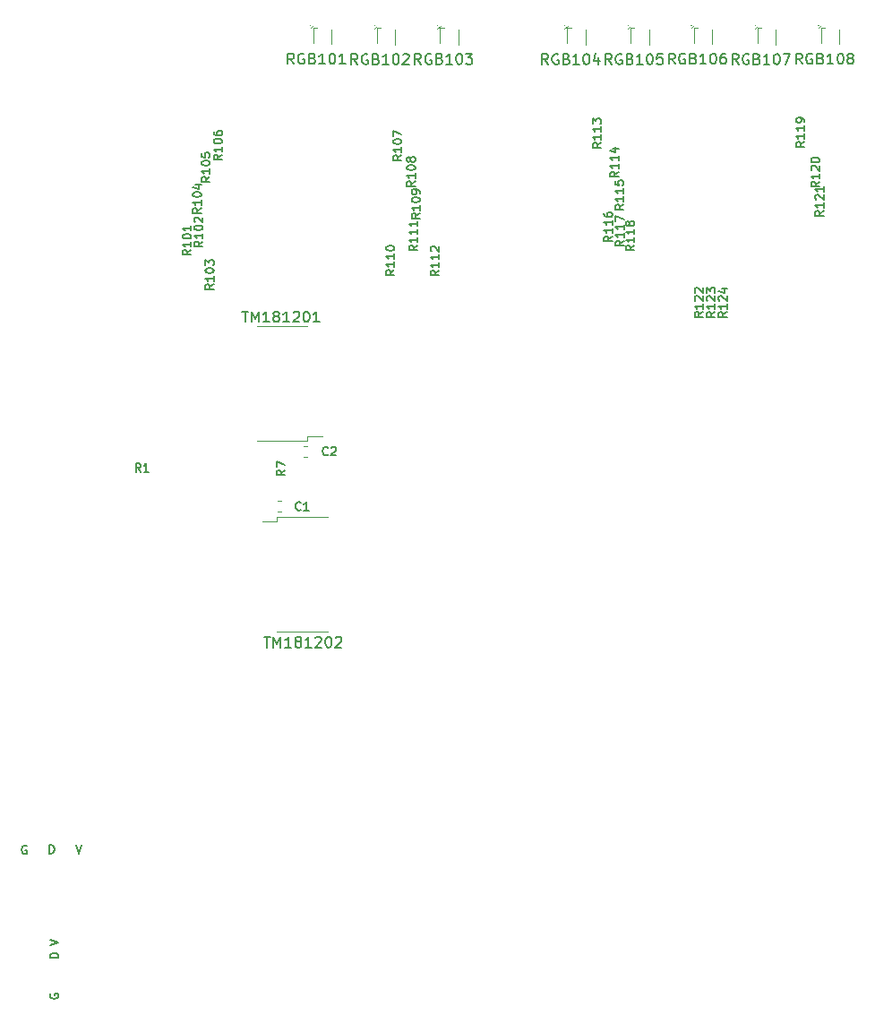
<source format=gbr>
G04 #@! TF.GenerationSoftware,KiCad,Pcbnew,(5.1.4)-1*
G04 #@! TF.CreationDate,2020-04-14T17:00:19+08:00*
G04 #@! TF.ProjectId,viper_plate_v2,76697065-725f-4706-9c61-74655f76322e,rev?*
G04 #@! TF.SameCoordinates,Original*
G04 #@! TF.FileFunction,Legend,Top*
G04 #@! TF.FilePolarity,Positive*
%FSLAX46Y46*%
G04 Gerber Fmt 4.6, Leading zero omitted, Abs format (unit mm)*
G04 Created by KiCad (PCBNEW (5.1.4)-1) date 2020-04-14 17:00:19*
%MOMM*%
%LPD*%
G04 APERTURE LIST*
%ADD10C,0.150000*%
%ADD11C,0.120000*%
G04 APERTURE END LIST*
D10*
X69119723Y-138258600D02*
X69043533Y-138220504D01*
X68929247Y-138220504D01*
X68814961Y-138258600D01*
X68738771Y-138334790D01*
X68700676Y-138410980D01*
X68662580Y-138563361D01*
X68662580Y-138677647D01*
X68700676Y-138830028D01*
X68738771Y-138906219D01*
X68814961Y-138982409D01*
X68929247Y-139020504D01*
X69005438Y-139020504D01*
X69119723Y-138982409D01*
X69157819Y-138944314D01*
X69157819Y-138677647D01*
X69005438Y-138677647D01*
X71291476Y-138995104D02*
X71291476Y-138195104D01*
X71481952Y-138195104D01*
X71596238Y-138233200D01*
X71672428Y-138309390D01*
X71710523Y-138385580D01*
X71748619Y-138537961D01*
X71748619Y-138652247D01*
X71710523Y-138804628D01*
X71672428Y-138880819D01*
X71596238Y-138957009D01*
X71481952Y-138995104D01*
X71291476Y-138995104D01*
X73774333Y-138207804D02*
X74041000Y-139007804D01*
X74307666Y-138207804D01*
X72142304Y-148863023D02*
X71342304Y-148863023D01*
X71342304Y-148672547D01*
X71380400Y-148558261D01*
X71456590Y-148482071D01*
X71532780Y-148443976D01*
X71685161Y-148405880D01*
X71799447Y-148405880D01*
X71951828Y-148443976D01*
X72028019Y-148482071D01*
X72104209Y-148558261D01*
X72142304Y-148672547D01*
X72142304Y-148863023D01*
X71380400Y-152266676D02*
X71342304Y-152342866D01*
X71342304Y-152457152D01*
X71380400Y-152571438D01*
X71456590Y-152647628D01*
X71532780Y-152685723D01*
X71685161Y-152723819D01*
X71799447Y-152723819D01*
X71951828Y-152685723D01*
X72028019Y-152647628D01*
X72104209Y-152571438D01*
X72142304Y-152457152D01*
X72142304Y-152380961D01*
X72104209Y-152266676D01*
X72066114Y-152228580D01*
X71799447Y-152228580D01*
X71799447Y-152380961D01*
X71342304Y-147650166D02*
X72142304Y-147383500D01*
X71342304Y-147116833D01*
D11*
X92864821Y-105687400D02*
X93190379Y-105687400D01*
X92864821Y-106707400D02*
X93190379Y-106707400D01*
X95654179Y-100467700D02*
X95328621Y-100467700D01*
X95654179Y-101487700D02*
X95328621Y-101487700D01*
X95681500Y-89164200D02*
X90881500Y-89164200D01*
X95681500Y-99964200D02*
X90881500Y-99964200D01*
X95681500Y-99564200D02*
X97081500Y-99564200D01*
X95681500Y-99964200D02*
X95681500Y-99564200D01*
X92786500Y-107210900D02*
X92786500Y-107610900D01*
X92786500Y-107610900D02*
X91386500Y-107610900D01*
X92786500Y-107210900D02*
X97586500Y-107210900D01*
X92786500Y-118010900D02*
X97586500Y-118010900D01*
X96215200Y-62382400D02*
X96215200Y-60960000D01*
X97942400Y-61087000D02*
X97942400Y-62509400D01*
X96570800Y-60960000D02*
X96215200Y-60960000D01*
X96017996Y-60706000D02*
G75*
G03X96017996Y-60706000I-56796J0D01*
G01*
X95961200Y-60985400D02*
X96240600Y-60731400D01*
X101977000Y-61014800D02*
X102256400Y-60760800D01*
X102033796Y-60735400D02*
G75*
G03X102033796Y-60735400I-56796J0D01*
G01*
X102586600Y-60989400D02*
X102231000Y-60989400D01*
X103958200Y-61116400D02*
X103958200Y-62538800D01*
X102231000Y-62411800D02*
X102231000Y-60989400D01*
X107975400Y-60998100D02*
X108254800Y-60744100D01*
X108032196Y-60718700D02*
G75*
G03X108032196Y-60718700I-56796J0D01*
G01*
X108585000Y-60972700D02*
X108229400Y-60972700D01*
X109956600Y-61099700D02*
X109956600Y-62522100D01*
X108229400Y-62395100D02*
X108229400Y-60972700D01*
X120243600Y-62407800D02*
X120243600Y-60985400D01*
X121970800Y-61112400D02*
X121970800Y-62534800D01*
X120599200Y-60985400D02*
X120243600Y-60985400D01*
X120046396Y-60731400D02*
G75*
G03X120046396Y-60731400I-56796J0D01*
G01*
X119989600Y-61010800D02*
X120269000Y-60756800D01*
X125984000Y-61010800D02*
X126263400Y-60756800D01*
X126040796Y-60731400D02*
G75*
G03X126040796Y-60731400I-56796J0D01*
G01*
X126593600Y-60985400D02*
X126238000Y-60985400D01*
X127965200Y-61112400D02*
X127965200Y-62534800D01*
X126238000Y-62407800D02*
X126238000Y-60985400D01*
X132232400Y-62382400D02*
X132232400Y-60960000D01*
X133959600Y-61087000D02*
X133959600Y-62509400D01*
X132588000Y-60960000D02*
X132232400Y-60960000D01*
X132035196Y-60706000D02*
G75*
G03X132035196Y-60706000I-56796J0D01*
G01*
X131978400Y-60985400D02*
X132257800Y-60731400D01*
X137985500Y-61010800D02*
X138264900Y-60756800D01*
X138042296Y-60731400D02*
G75*
G03X138042296Y-60731400I-56796J0D01*
G01*
X138595100Y-60985400D02*
X138239500Y-60985400D01*
X139966700Y-61112400D02*
X139966700Y-62534800D01*
X138239500Y-62407800D02*
X138239500Y-60985400D01*
X144259300Y-62382400D02*
X144259300Y-60960000D01*
X145986500Y-61087000D02*
X145986500Y-62509400D01*
X144614900Y-60960000D02*
X144259300Y-60960000D01*
X144062096Y-60706000D02*
G75*
G03X144062096Y-60706000I-56796J0D01*
G01*
X144005300Y-60985400D02*
X144284700Y-60731400D01*
D10*
X95053266Y-106483114D02*
X95015171Y-106521209D01*
X94900885Y-106559304D01*
X94824695Y-106559304D01*
X94710409Y-106521209D01*
X94634219Y-106445019D01*
X94596123Y-106368828D01*
X94558028Y-106216447D01*
X94558028Y-106102161D01*
X94596123Y-105949780D01*
X94634219Y-105873590D01*
X94710409Y-105797400D01*
X94824695Y-105759304D01*
X94900885Y-105759304D01*
X95015171Y-105797400D01*
X95053266Y-105835495D01*
X95815171Y-106559304D02*
X95358028Y-106559304D01*
X95586600Y-106559304D02*
X95586600Y-105759304D01*
X95510409Y-105873590D01*
X95434219Y-105949780D01*
X95358028Y-105987876D01*
X97610946Y-101291354D02*
X97572851Y-101329449D01*
X97458565Y-101367544D01*
X97382375Y-101367544D01*
X97268089Y-101329449D01*
X97191899Y-101253259D01*
X97153803Y-101177068D01*
X97115708Y-101024687D01*
X97115708Y-100910401D01*
X97153803Y-100758020D01*
X97191899Y-100681830D01*
X97268089Y-100605640D01*
X97382375Y-100567544D01*
X97458565Y-100567544D01*
X97572851Y-100605640D01*
X97610946Y-100643735D01*
X97915708Y-100643735D02*
X97953803Y-100605640D01*
X98029994Y-100567544D01*
X98220470Y-100567544D01*
X98296660Y-100605640D01*
X98334756Y-100643735D01*
X98372851Y-100719925D01*
X98372851Y-100796116D01*
X98334756Y-100910401D01*
X97877613Y-101367544D01*
X98372851Y-101367544D01*
X79912226Y-102911864D02*
X79645560Y-102530912D01*
X79455083Y-102911864D02*
X79455083Y-102111864D01*
X79759845Y-102111864D01*
X79836036Y-102149960D01*
X79874131Y-102188055D01*
X79912226Y-102264245D01*
X79912226Y-102378531D01*
X79874131Y-102454721D01*
X79836036Y-102492817D01*
X79759845Y-102530912D01*
X79455083Y-102530912D01*
X80674131Y-102911864D02*
X80216988Y-102911864D01*
X80445560Y-102911864D02*
X80445560Y-102111864D01*
X80369369Y-102226150D01*
X80293179Y-102302340D01*
X80216988Y-102340436D01*
X93569744Y-102749333D02*
X93188792Y-103016000D01*
X93569744Y-103206476D02*
X92769744Y-103206476D01*
X92769744Y-102901714D01*
X92807840Y-102825523D01*
X92845935Y-102787428D01*
X92922125Y-102749333D01*
X93036411Y-102749333D01*
X93112601Y-102787428D01*
X93150697Y-102825523D01*
X93188792Y-102901714D01*
X93188792Y-103206476D01*
X92769744Y-102482666D02*
X92769744Y-101949333D01*
X93569744Y-102292190D01*
X84687364Y-81956798D02*
X84306412Y-82223464D01*
X84687364Y-82413940D02*
X83887364Y-82413940D01*
X83887364Y-82109179D01*
X83925460Y-82032988D01*
X83963555Y-81994893D01*
X84039745Y-81956798D01*
X84154031Y-81956798D01*
X84230221Y-81994893D01*
X84268317Y-82032988D01*
X84306412Y-82109179D01*
X84306412Y-82413940D01*
X84687364Y-81194893D02*
X84687364Y-81652036D01*
X84687364Y-81423464D02*
X83887364Y-81423464D01*
X84001650Y-81499655D01*
X84077840Y-81575845D01*
X84115936Y-81652036D01*
X83887364Y-80699655D02*
X83887364Y-80623464D01*
X83925460Y-80547274D01*
X83963555Y-80509179D01*
X84039745Y-80471083D01*
X84192126Y-80432988D01*
X84382602Y-80432988D01*
X84534983Y-80471083D01*
X84611174Y-80509179D01*
X84649269Y-80547274D01*
X84687364Y-80623464D01*
X84687364Y-80699655D01*
X84649269Y-80775845D01*
X84611174Y-80813940D01*
X84534983Y-80852036D01*
X84382602Y-80890131D01*
X84192126Y-80890131D01*
X84039745Y-80852036D01*
X83963555Y-80813940D01*
X83925460Y-80775845D01*
X83887364Y-80699655D01*
X84687364Y-79671083D02*
X84687364Y-80128226D01*
X84687364Y-79899655D02*
X83887364Y-79899655D01*
X84001650Y-79975845D01*
X84077840Y-80052036D01*
X84115936Y-80128226D01*
X85774484Y-81149078D02*
X85393532Y-81415744D01*
X85774484Y-81606220D02*
X84974484Y-81606220D01*
X84974484Y-81301459D01*
X85012580Y-81225268D01*
X85050675Y-81187173D01*
X85126865Y-81149078D01*
X85241151Y-81149078D01*
X85317341Y-81187173D01*
X85355437Y-81225268D01*
X85393532Y-81301459D01*
X85393532Y-81606220D01*
X85774484Y-80387173D02*
X85774484Y-80844316D01*
X85774484Y-80615744D02*
X84974484Y-80615744D01*
X85088770Y-80691935D01*
X85164960Y-80768125D01*
X85203056Y-80844316D01*
X84974484Y-79891935D02*
X84974484Y-79815744D01*
X85012580Y-79739554D01*
X85050675Y-79701459D01*
X85126865Y-79663363D01*
X85279246Y-79625268D01*
X85469722Y-79625268D01*
X85622103Y-79663363D01*
X85698294Y-79701459D01*
X85736389Y-79739554D01*
X85774484Y-79815744D01*
X85774484Y-79891935D01*
X85736389Y-79968125D01*
X85698294Y-80006220D01*
X85622103Y-80044316D01*
X85469722Y-80082411D01*
X85279246Y-80082411D01*
X85126865Y-80044316D01*
X85050675Y-80006220D01*
X85012580Y-79968125D01*
X84974484Y-79891935D01*
X85050675Y-79320506D02*
X85012580Y-79282411D01*
X84974484Y-79206220D01*
X84974484Y-79015744D01*
X85012580Y-78939554D01*
X85050675Y-78901459D01*
X85126865Y-78863363D01*
X85203056Y-78863363D01*
X85317341Y-78901459D01*
X85774484Y-79358601D01*
X85774484Y-78863363D01*
X86828584Y-85197838D02*
X86447632Y-85464504D01*
X86828584Y-85654980D02*
X86028584Y-85654980D01*
X86028584Y-85350219D01*
X86066680Y-85274028D01*
X86104775Y-85235933D01*
X86180965Y-85197838D01*
X86295251Y-85197838D01*
X86371441Y-85235933D01*
X86409537Y-85274028D01*
X86447632Y-85350219D01*
X86447632Y-85654980D01*
X86828584Y-84435933D02*
X86828584Y-84893076D01*
X86828584Y-84664504D02*
X86028584Y-84664504D01*
X86142870Y-84740695D01*
X86219060Y-84816885D01*
X86257156Y-84893076D01*
X86028584Y-83940695D02*
X86028584Y-83864504D01*
X86066680Y-83788314D01*
X86104775Y-83750219D01*
X86180965Y-83712123D01*
X86333346Y-83674028D01*
X86523822Y-83674028D01*
X86676203Y-83712123D01*
X86752394Y-83750219D01*
X86790489Y-83788314D01*
X86828584Y-83864504D01*
X86828584Y-83940695D01*
X86790489Y-84016885D01*
X86752394Y-84054980D01*
X86676203Y-84093076D01*
X86523822Y-84131171D01*
X86333346Y-84131171D01*
X86180965Y-84093076D01*
X86104775Y-84054980D01*
X86066680Y-84016885D01*
X86028584Y-83940695D01*
X86028584Y-83407361D02*
X86028584Y-82912123D01*
X86333346Y-83178790D01*
X86333346Y-83064504D01*
X86371441Y-82988314D01*
X86409537Y-82950219D01*
X86485727Y-82912123D01*
X86676203Y-82912123D01*
X86752394Y-82950219D01*
X86790489Y-82988314D01*
X86828584Y-83064504D01*
X86828584Y-83293076D01*
X86790489Y-83369266D01*
X86752394Y-83407361D01*
X85644944Y-78014718D02*
X85263992Y-78281384D01*
X85644944Y-78471860D02*
X84844944Y-78471860D01*
X84844944Y-78167099D01*
X84883040Y-78090908D01*
X84921135Y-78052813D01*
X84997325Y-78014718D01*
X85111611Y-78014718D01*
X85187801Y-78052813D01*
X85225897Y-78090908D01*
X85263992Y-78167099D01*
X85263992Y-78471860D01*
X85644944Y-77252813D02*
X85644944Y-77709956D01*
X85644944Y-77481384D02*
X84844944Y-77481384D01*
X84959230Y-77557575D01*
X85035420Y-77633765D01*
X85073516Y-77709956D01*
X84844944Y-76757575D02*
X84844944Y-76681384D01*
X84883040Y-76605194D01*
X84921135Y-76567099D01*
X84997325Y-76529003D01*
X85149706Y-76490908D01*
X85340182Y-76490908D01*
X85492563Y-76529003D01*
X85568754Y-76567099D01*
X85606849Y-76605194D01*
X85644944Y-76681384D01*
X85644944Y-76757575D01*
X85606849Y-76833765D01*
X85568754Y-76871860D01*
X85492563Y-76909956D01*
X85340182Y-76948051D01*
X85149706Y-76948051D01*
X84997325Y-76909956D01*
X84921135Y-76871860D01*
X84883040Y-76833765D01*
X84844944Y-76757575D01*
X85111611Y-75805194D02*
X85644944Y-75805194D01*
X84806849Y-75995670D02*
X85378278Y-76186146D01*
X85378278Y-75690908D01*
X86462824Y-75042918D02*
X86081872Y-75309584D01*
X86462824Y-75500060D02*
X85662824Y-75500060D01*
X85662824Y-75195299D01*
X85700920Y-75119108D01*
X85739015Y-75081013D01*
X85815205Y-75042918D01*
X85929491Y-75042918D01*
X86005681Y-75081013D01*
X86043777Y-75119108D01*
X86081872Y-75195299D01*
X86081872Y-75500060D01*
X86462824Y-74281013D02*
X86462824Y-74738156D01*
X86462824Y-74509584D02*
X85662824Y-74509584D01*
X85777110Y-74585775D01*
X85853300Y-74661965D01*
X85891396Y-74738156D01*
X85662824Y-73785775D02*
X85662824Y-73709584D01*
X85700920Y-73633394D01*
X85739015Y-73595299D01*
X85815205Y-73557203D01*
X85967586Y-73519108D01*
X86158062Y-73519108D01*
X86310443Y-73557203D01*
X86386634Y-73595299D01*
X86424729Y-73633394D01*
X86462824Y-73709584D01*
X86462824Y-73785775D01*
X86424729Y-73861965D01*
X86386634Y-73900060D01*
X86310443Y-73938156D01*
X86158062Y-73976251D01*
X85967586Y-73976251D01*
X85815205Y-73938156D01*
X85739015Y-73900060D01*
X85700920Y-73861965D01*
X85662824Y-73785775D01*
X85662824Y-72795299D02*
X85662824Y-73176251D01*
X86043777Y-73214346D01*
X86005681Y-73176251D01*
X85967586Y-73100060D01*
X85967586Y-72909584D01*
X86005681Y-72833394D01*
X86043777Y-72795299D01*
X86119967Y-72757203D01*
X86310443Y-72757203D01*
X86386634Y-72795299D01*
X86424729Y-72833394D01*
X86462824Y-72909584D01*
X86462824Y-73100060D01*
X86424729Y-73176251D01*
X86386634Y-73214346D01*
X87610904Y-72970278D02*
X87229952Y-73236944D01*
X87610904Y-73427420D02*
X86810904Y-73427420D01*
X86810904Y-73122659D01*
X86849000Y-73046468D01*
X86887095Y-73008373D01*
X86963285Y-72970278D01*
X87077571Y-72970278D01*
X87153761Y-73008373D01*
X87191857Y-73046468D01*
X87229952Y-73122659D01*
X87229952Y-73427420D01*
X87610904Y-72208373D02*
X87610904Y-72665516D01*
X87610904Y-72436944D02*
X86810904Y-72436944D01*
X86925190Y-72513135D01*
X87001380Y-72589325D01*
X87039476Y-72665516D01*
X86810904Y-71713135D02*
X86810904Y-71636944D01*
X86849000Y-71560754D01*
X86887095Y-71522659D01*
X86963285Y-71484563D01*
X87115666Y-71446468D01*
X87306142Y-71446468D01*
X87458523Y-71484563D01*
X87534714Y-71522659D01*
X87572809Y-71560754D01*
X87610904Y-71636944D01*
X87610904Y-71713135D01*
X87572809Y-71789325D01*
X87534714Y-71827420D01*
X87458523Y-71865516D01*
X87306142Y-71903611D01*
X87115666Y-71903611D01*
X86963285Y-71865516D01*
X86887095Y-71827420D01*
X86849000Y-71789325D01*
X86810904Y-71713135D01*
X86810904Y-70760754D02*
X86810904Y-70913135D01*
X86849000Y-70989325D01*
X86887095Y-71027420D01*
X87001380Y-71103611D01*
X87153761Y-71141706D01*
X87458523Y-71141706D01*
X87534714Y-71103611D01*
X87572809Y-71065516D01*
X87610904Y-70989325D01*
X87610904Y-70836944D01*
X87572809Y-70760754D01*
X87534714Y-70722659D01*
X87458523Y-70684563D01*
X87268047Y-70684563D01*
X87191857Y-70722659D01*
X87153761Y-70760754D01*
X87115666Y-70836944D01*
X87115666Y-70989325D01*
X87153761Y-71065516D01*
X87191857Y-71103611D01*
X87268047Y-71141706D01*
X104578104Y-73000758D02*
X104197152Y-73267424D01*
X104578104Y-73457900D02*
X103778104Y-73457900D01*
X103778104Y-73153139D01*
X103816200Y-73076948D01*
X103854295Y-73038853D01*
X103930485Y-73000758D01*
X104044771Y-73000758D01*
X104120961Y-73038853D01*
X104159057Y-73076948D01*
X104197152Y-73153139D01*
X104197152Y-73457900D01*
X104578104Y-72238853D02*
X104578104Y-72695996D01*
X104578104Y-72467424D02*
X103778104Y-72467424D01*
X103892390Y-72543615D01*
X103968580Y-72619805D01*
X104006676Y-72695996D01*
X103778104Y-71743615D02*
X103778104Y-71667424D01*
X103816200Y-71591234D01*
X103854295Y-71553139D01*
X103930485Y-71515043D01*
X104082866Y-71476948D01*
X104273342Y-71476948D01*
X104425723Y-71515043D01*
X104501914Y-71553139D01*
X104540009Y-71591234D01*
X104578104Y-71667424D01*
X104578104Y-71743615D01*
X104540009Y-71819805D01*
X104501914Y-71857900D01*
X104425723Y-71895996D01*
X104273342Y-71934091D01*
X104082866Y-71934091D01*
X103930485Y-71895996D01*
X103854295Y-71857900D01*
X103816200Y-71819805D01*
X103778104Y-71743615D01*
X103778104Y-71210281D02*
X103778104Y-70676948D01*
X104578104Y-71019805D01*
X105873504Y-75464558D02*
X105492552Y-75731224D01*
X105873504Y-75921700D02*
X105073504Y-75921700D01*
X105073504Y-75616939D01*
X105111600Y-75540748D01*
X105149695Y-75502653D01*
X105225885Y-75464558D01*
X105340171Y-75464558D01*
X105416361Y-75502653D01*
X105454457Y-75540748D01*
X105492552Y-75616939D01*
X105492552Y-75921700D01*
X105873504Y-74702653D02*
X105873504Y-75159796D01*
X105873504Y-74931224D02*
X105073504Y-74931224D01*
X105187790Y-75007415D01*
X105263980Y-75083605D01*
X105302076Y-75159796D01*
X105073504Y-74207415D02*
X105073504Y-74131224D01*
X105111600Y-74055034D01*
X105149695Y-74016939D01*
X105225885Y-73978843D01*
X105378266Y-73940748D01*
X105568742Y-73940748D01*
X105721123Y-73978843D01*
X105797314Y-74016939D01*
X105835409Y-74055034D01*
X105873504Y-74131224D01*
X105873504Y-74207415D01*
X105835409Y-74283605D01*
X105797314Y-74321700D01*
X105721123Y-74359796D01*
X105568742Y-74397891D01*
X105378266Y-74397891D01*
X105225885Y-74359796D01*
X105149695Y-74321700D01*
X105111600Y-74283605D01*
X105073504Y-74207415D01*
X105416361Y-73483605D02*
X105378266Y-73559796D01*
X105340171Y-73597891D01*
X105263980Y-73635986D01*
X105225885Y-73635986D01*
X105149695Y-73597891D01*
X105111600Y-73559796D01*
X105073504Y-73483605D01*
X105073504Y-73331224D01*
X105111600Y-73255034D01*
X105149695Y-73216939D01*
X105225885Y-73178843D01*
X105263980Y-73178843D01*
X105340171Y-73216939D01*
X105378266Y-73255034D01*
X105416361Y-73331224D01*
X105416361Y-73483605D01*
X105454457Y-73559796D01*
X105492552Y-73597891D01*
X105568742Y-73635986D01*
X105721123Y-73635986D01*
X105797314Y-73597891D01*
X105835409Y-73559796D01*
X105873504Y-73483605D01*
X105873504Y-73331224D01*
X105835409Y-73255034D01*
X105797314Y-73216939D01*
X105721123Y-73178843D01*
X105568742Y-73178843D01*
X105492552Y-73216939D01*
X105454457Y-73255034D01*
X105416361Y-73331224D01*
X106325624Y-78502398D02*
X105944672Y-78769064D01*
X106325624Y-78959540D02*
X105525624Y-78959540D01*
X105525624Y-78654779D01*
X105563720Y-78578588D01*
X105601815Y-78540493D01*
X105678005Y-78502398D01*
X105792291Y-78502398D01*
X105868481Y-78540493D01*
X105906577Y-78578588D01*
X105944672Y-78654779D01*
X105944672Y-78959540D01*
X106325624Y-77740493D02*
X106325624Y-78197636D01*
X106325624Y-77969064D02*
X105525624Y-77969064D01*
X105639910Y-78045255D01*
X105716100Y-78121445D01*
X105754196Y-78197636D01*
X105525624Y-77245255D02*
X105525624Y-77169064D01*
X105563720Y-77092874D01*
X105601815Y-77054779D01*
X105678005Y-77016683D01*
X105830386Y-76978588D01*
X106020862Y-76978588D01*
X106173243Y-77016683D01*
X106249434Y-77054779D01*
X106287529Y-77092874D01*
X106325624Y-77169064D01*
X106325624Y-77245255D01*
X106287529Y-77321445D01*
X106249434Y-77359540D01*
X106173243Y-77397636D01*
X106020862Y-77435731D01*
X105830386Y-77435731D01*
X105678005Y-77397636D01*
X105601815Y-77359540D01*
X105563720Y-77321445D01*
X105525624Y-77245255D01*
X106325624Y-76597636D02*
X106325624Y-76445255D01*
X106287529Y-76369064D01*
X106249434Y-76330969D01*
X106135148Y-76254779D01*
X105982767Y-76216683D01*
X105678005Y-76216683D01*
X105601815Y-76254779D01*
X105563720Y-76292874D01*
X105525624Y-76369064D01*
X105525624Y-76521445D01*
X105563720Y-76597636D01*
X105601815Y-76635731D01*
X105678005Y-76673826D01*
X105868481Y-76673826D01*
X105944672Y-76635731D01*
X105982767Y-76597636D01*
X106020862Y-76521445D01*
X106020862Y-76369064D01*
X105982767Y-76292874D01*
X105944672Y-76254779D01*
X105868481Y-76216683D01*
X103905004Y-83851638D02*
X103524052Y-84118304D01*
X103905004Y-84308780D02*
X103105004Y-84308780D01*
X103105004Y-84004019D01*
X103143100Y-83927828D01*
X103181195Y-83889733D01*
X103257385Y-83851638D01*
X103371671Y-83851638D01*
X103447861Y-83889733D01*
X103485957Y-83927828D01*
X103524052Y-84004019D01*
X103524052Y-84308780D01*
X103905004Y-83089733D02*
X103905004Y-83546876D01*
X103905004Y-83318304D02*
X103105004Y-83318304D01*
X103219290Y-83394495D01*
X103295480Y-83470685D01*
X103333576Y-83546876D01*
X103905004Y-82327828D02*
X103905004Y-82784971D01*
X103905004Y-82556400D02*
X103105004Y-82556400D01*
X103219290Y-82632590D01*
X103295480Y-82708780D01*
X103333576Y-82784971D01*
X103105004Y-81832590D02*
X103105004Y-81756400D01*
X103143100Y-81680209D01*
X103181195Y-81642114D01*
X103257385Y-81604019D01*
X103409766Y-81565923D01*
X103600242Y-81565923D01*
X103752623Y-81604019D01*
X103828814Y-81642114D01*
X103866909Y-81680209D01*
X103905004Y-81756400D01*
X103905004Y-81832590D01*
X103866909Y-81908780D01*
X103828814Y-81946876D01*
X103752623Y-81984971D01*
X103600242Y-82023066D01*
X103409766Y-82023066D01*
X103257385Y-81984971D01*
X103181195Y-81946876D01*
X103143100Y-81908780D01*
X103105004Y-81832590D01*
X106076704Y-81530078D02*
X105695752Y-81796744D01*
X106076704Y-81987220D02*
X105276704Y-81987220D01*
X105276704Y-81682459D01*
X105314800Y-81606268D01*
X105352895Y-81568173D01*
X105429085Y-81530078D01*
X105543371Y-81530078D01*
X105619561Y-81568173D01*
X105657657Y-81606268D01*
X105695752Y-81682459D01*
X105695752Y-81987220D01*
X106076704Y-80768173D02*
X106076704Y-81225316D01*
X106076704Y-80996744D02*
X105276704Y-80996744D01*
X105390990Y-81072935D01*
X105467180Y-81149125D01*
X105505276Y-81225316D01*
X106076704Y-80006268D02*
X106076704Y-80463411D01*
X106076704Y-80234840D02*
X105276704Y-80234840D01*
X105390990Y-80311030D01*
X105467180Y-80387220D01*
X105505276Y-80463411D01*
X106076704Y-79244363D02*
X106076704Y-79701506D01*
X106076704Y-79472935D02*
X105276704Y-79472935D01*
X105390990Y-79549125D01*
X105467180Y-79625316D01*
X105505276Y-79701506D01*
X108121404Y-83902438D02*
X107740452Y-84169104D01*
X108121404Y-84359580D02*
X107321404Y-84359580D01*
X107321404Y-84054819D01*
X107359500Y-83978628D01*
X107397595Y-83940533D01*
X107473785Y-83902438D01*
X107588071Y-83902438D01*
X107664261Y-83940533D01*
X107702357Y-83978628D01*
X107740452Y-84054819D01*
X107740452Y-84359580D01*
X108121404Y-83140533D02*
X108121404Y-83597676D01*
X108121404Y-83369104D02*
X107321404Y-83369104D01*
X107435690Y-83445295D01*
X107511880Y-83521485D01*
X107549976Y-83597676D01*
X108121404Y-82378628D02*
X108121404Y-82835771D01*
X108121404Y-82607200D02*
X107321404Y-82607200D01*
X107435690Y-82683390D01*
X107511880Y-82759580D01*
X107549976Y-82835771D01*
X107397595Y-82073866D02*
X107359500Y-82035771D01*
X107321404Y-81959580D01*
X107321404Y-81769104D01*
X107359500Y-81692914D01*
X107397595Y-81654819D01*
X107473785Y-81616723D01*
X107549976Y-81616723D01*
X107664261Y-81654819D01*
X108121404Y-82111961D01*
X108121404Y-81616723D01*
X123437604Y-71812038D02*
X123056652Y-72078704D01*
X123437604Y-72269180D02*
X122637604Y-72269180D01*
X122637604Y-71964419D01*
X122675700Y-71888228D01*
X122713795Y-71850133D01*
X122789985Y-71812038D01*
X122904271Y-71812038D01*
X122980461Y-71850133D01*
X123018557Y-71888228D01*
X123056652Y-71964419D01*
X123056652Y-72269180D01*
X123437604Y-71050133D02*
X123437604Y-71507276D01*
X123437604Y-71278704D02*
X122637604Y-71278704D01*
X122751890Y-71354895D01*
X122828080Y-71431085D01*
X122866176Y-71507276D01*
X123437604Y-70288228D02*
X123437604Y-70745371D01*
X123437604Y-70516800D02*
X122637604Y-70516800D01*
X122751890Y-70592990D01*
X122828080Y-70669180D01*
X122866176Y-70745371D01*
X122637604Y-70021561D02*
X122637604Y-69526323D01*
X122942366Y-69792990D01*
X122942366Y-69678704D01*
X122980461Y-69602514D01*
X123018557Y-69564419D01*
X123094747Y-69526323D01*
X123285223Y-69526323D01*
X123361414Y-69564419D01*
X123399509Y-69602514D01*
X123437604Y-69678704D01*
X123437604Y-69907276D01*
X123399509Y-69983466D01*
X123361414Y-70021561D01*
X125080984Y-74560318D02*
X124700032Y-74826984D01*
X125080984Y-75017460D02*
X124280984Y-75017460D01*
X124280984Y-74712699D01*
X124319080Y-74636508D01*
X124357175Y-74598413D01*
X124433365Y-74560318D01*
X124547651Y-74560318D01*
X124623841Y-74598413D01*
X124661937Y-74636508D01*
X124700032Y-74712699D01*
X124700032Y-75017460D01*
X125080984Y-73798413D02*
X125080984Y-74255556D01*
X125080984Y-74026984D02*
X124280984Y-74026984D01*
X124395270Y-74103175D01*
X124471460Y-74179365D01*
X124509556Y-74255556D01*
X125080984Y-73036508D02*
X125080984Y-73493651D01*
X125080984Y-73265080D02*
X124280984Y-73265080D01*
X124395270Y-73341270D01*
X124471460Y-73417460D01*
X124509556Y-73493651D01*
X124547651Y-72350794D02*
X125080984Y-72350794D01*
X124242889Y-72541270D02*
X124814318Y-72731746D01*
X124814318Y-72236508D01*
X125573744Y-77654038D02*
X125192792Y-77920704D01*
X125573744Y-78111180D02*
X124773744Y-78111180D01*
X124773744Y-77806419D01*
X124811840Y-77730228D01*
X124849935Y-77692133D01*
X124926125Y-77654038D01*
X125040411Y-77654038D01*
X125116601Y-77692133D01*
X125154697Y-77730228D01*
X125192792Y-77806419D01*
X125192792Y-78111180D01*
X125573744Y-76892133D02*
X125573744Y-77349276D01*
X125573744Y-77120704D02*
X124773744Y-77120704D01*
X124888030Y-77196895D01*
X124964220Y-77273085D01*
X125002316Y-77349276D01*
X125573744Y-76130228D02*
X125573744Y-76587371D01*
X125573744Y-76358800D02*
X124773744Y-76358800D01*
X124888030Y-76434990D01*
X124964220Y-76511180D01*
X125002316Y-76587371D01*
X124773744Y-75406419D02*
X124773744Y-75787371D01*
X125154697Y-75825466D01*
X125116601Y-75787371D01*
X125078506Y-75711180D01*
X125078506Y-75520704D01*
X125116601Y-75444514D01*
X125154697Y-75406419D01*
X125230887Y-75368323D01*
X125421363Y-75368323D01*
X125497554Y-75406419D01*
X125535649Y-75444514D01*
X125573744Y-75520704D01*
X125573744Y-75711180D01*
X125535649Y-75787371D01*
X125497554Y-75825466D01*
X124517104Y-80651238D02*
X124136152Y-80917904D01*
X124517104Y-81108380D02*
X123717104Y-81108380D01*
X123717104Y-80803619D01*
X123755200Y-80727428D01*
X123793295Y-80689333D01*
X123869485Y-80651238D01*
X123983771Y-80651238D01*
X124059961Y-80689333D01*
X124098057Y-80727428D01*
X124136152Y-80803619D01*
X124136152Y-81108380D01*
X124517104Y-79889333D02*
X124517104Y-80346476D01*
X124517104Y-80117904D02*
X123717104Y-80117904D01*
X123831390Y-80194095D01*
X123907580Y-80270285D01*
X123945676Y-80346476D01*
X124517104Y-79127428D02*
X124517104Y-79584571D01*
X124517104Y-79356000D02*
X123717104Y-79356000D01*
X123831390Y-79432190D01*
X123907580Y-79508380D01*
X123945676Y-79584571D01*
X123717104Y-78441714D02*
X123717104Y-78594095D01*
X123755200Y-78670285D01*
X123793295Y-78708380D01*
X123907580Y-78784571D01*
X124059961Y-78822666D01*
X124364723Y-78822666D01*
X124440914Y-78784571D01*
X124479009Y-78746476D01*
X124517104Y-78670285D01*
X124517104Y-78517904D01*
X124479009Y-78441714D01*
X124440914Y-78403619D01*
X124364723Y-78365523D01*
X124174247Y-78365523D01*
X124098057Y-78403619D01*
X124059961Y-78441714D01*
X124021866Y-78517904D01*
X124021866Y-78670285D01*
X124059961Y-78746476D01*
X124098057Y-78784571D01*
X124174247Y-78822666D01*
X125594064Y-81072878D02*
X125213112Y-81339544D01*
X125594064Y-81530020D02*
X124794064Y-81530020D01*
X124794064Y-81225259D01*
X124832160Y-81149068D01*
X124870255Y-81110973D01*
X124946445Y-81072878D01*
X125060731Y-81072878D01*
X125136921Y-81110973D01*
X125175017Y-81149068D01*
X125213112Y-81225259D01*
X125213112Y-81530020D01*
X125594064Y-80310973D02*
X125594064Y-80768116D01*
X125594064Y-80539544D02*
X124794064Y-80539544D01*
X124908350Y-80615735D01*
X124984540Y-80691925D01*
X125022636Y-80768116D01*
X125594064Y-79549068D02*
X125594064Y-80006211D01*
X125594064Y-79777640D02*
X124794064Y-79777640D01*
X124908350Y-79853830D01*
X124984540Y-79930020D01*
X125022636Y-80006211D01*
X124794064Y-79282401D02*
X124794064Y-78749068D01*
X125594064Y-79091925D01*
X126584664Y-81519918D02*
X126203712Y-81786584D01*
X126584664Y-81977060D02*
X125784664Y-81977060D01*
X125784664Y-81672299D01*
X125822760Y-81596108D01*
X125860855Y-81558013D01*
X125937045Y-81519918D01*
X126051331Y-81519918D01*
X126127521Y-81558013D01*
X126165617Y-81596108D01*
X126203712Y-81672299D01*
X126203712Y-81977060D01*
X126584664Y-80758013D02*
X126584664Y-81215156D01*
X126584664Y-80986584D02*
X125784664Y-80986584D01*
X125898950Y-81062775D01*
X125975140Y-81138965D01*
X126013236Y-81215156D01*
X126584664Y-79996108D02*
X126584664Y-80453251D01*
X126584664Y-80224680D02*
X125784664Y-80224680D01*
X125898950Y-80300870D01*
X125975140Y-80377060D01*
X126013236Y-80453251D01*
X126127521Y-79538965D02*
X126089426Y-79615156D01*
X126051331Y-79653251D01*
X125975140Y-79691346D01*
X125937045Y-79691346D01*
X125860855Y-79653251D01*
X125822760Y-79615156D01*
X125784664Y-79538965D01*
X125784664Y-79386584D01*
X125822760Y-79310394D01*
X125860855Y-79272299D01*
X125937045Y-79234203D01*
X125975140Y-79234203D01*
X126051331Y-79272299D01*
X126089426Y-79310394D01*
X126127521Y-79386584D01*
X126127521Y-79538965D01*
X126165617Y-79615156D01*
X126203712Y-79653251D01*
X126279902Y-79691346D01*
X126432283Y-79691346D01*
X126508474Y-79653251D01*
X126546569Y-79615156D01*
X126584664Y-79538965D01*
X126584664Y-79386584D01*
X126546569Y-79310394D01*
X126508474Y-79272299D01*
X126432283Y-79234203D01*
X126279902Y-79234203D01*
X126203712Y-79272299D01*
X126165617Y-79310394D01*
X126127521Y-79386584D01*
X142665404Y-71735838D02*
X142284452Y-72002504D01*
X142665404Y-72192980D02*
X141865404Y-72192980D01*
X141865404Y-71888219D01*
X141903500Y-71812028D01*
X141941595Y-71773933D01*
X142017785Y-71735838D01*
X142132071Y-71735838D01*
X142208261Y-71773933D01*
X142246357Y-71812028D01*
X142284452Y-71888219D01*
X142284452Y-72192980D01*
X142665404Y-70973933D02*
X142665404Y-71431076D01*
X142665404Y-71202504D02*
X141865404Y-71202504D01*
X141979690Y-71278695D01*
X142055880Y-71354885D01*
X142093976Y-71431076D01*
X142665404Y-70212028D02*
X142665404Y-70669171D01*
X142665404Y-70440600D02*
X141865404Y-70440600D01*
X141979690Y-70516790D01*
X142055880Y-70592980D01*
X142093976Y-70669171D01*
X142665404Y-69831076D02*
X142665404Y-69678695D01*
X142627309Y-69602504D01*
X142589214Y-69564409D01*
X142474928Y-69488219D01*
X142322547Y-69450123D01*
X142017785Y-69450123D01*
X141941595Y-69488219D01*
X141903500Y-69526314D01*
X141865404Y-69602504D01*
X141865404Y-69754885D01*
X141903500Y-69831076D01*
X141941595Y-69869171D01*
X142017785Y-69907266D01*
X142208261Y-69907266D01*
X142284452Y-69869171D01*
X142322547Y-69831076D01*
X142360642Y-69754885D01*
X142360642Y-69602504D01*
X142322547Y-69526314D01*
X142284452Y-69488219D01*
X142208261Y-69450123D01*
X144087804Y-75520438D02*
X143706852Y-75787104D01*
X144087804Y-75977580D02*
X143287804Y-75977580D01*
X143287804Y-75672819D01*
X143325900Y-75596628D01*
X143363995Y-75558533D01*
X143440185Y-75520438D01*
X143554471Y-75520438D01*
X143630661Y-75558533D01*
X143668757Y-75596628D01*
X143706852Y-75672819D01*
X143706852Y-75977580D01*
X144087804Y-74758533D02*
X144087804Y-75215676D01*
X144087804Y-74987104D02*
X143287804Y-74987104D01*
X143402090Y-75063295D01*
X143478280Y-75139485D01*
X143516376Y-75215676D01*
X143363995Y-74453771D02*
X143325900Y-74415676D01*
X143287804Y-74339485D01*
X143287804Y-74149009D01*
X143325900Y-74072819D01*
X143363995Y-74034723D01*
X143440185Y-73996628D01*
X143516376Y-73996628D01*
X143630661Y-74034723D01*
X144087804Y-74491866D01*
X144087804Y-73996628D01*
X143287804Y-73501390D02*
X143287804Y-73425200D01*
X143325900Y-73349009D01*
X143363995Y-73310914D01*
X143440185Y-73272819D01*
X143592566Y-73234723D01*
X143783042Y-73234723D01*
X143935423Y-73272819D01*
X144011614Y-73310914D01*
X144049709Y-73349009D01*
X144087804Y-73425200D01*
X144087804Y-73501390D01*
X144049709Y-73577580D01*
X144011614Y-73615676D01*
X143935423Y-73653771D01*
X143783042Y-73691866D01*
X143592566Y-73691866D01*
X143440185Y-73653771D01*
X143363995Y-73615676D01*
X143325900Y-73577580D01*
X143287804Y-73501390D01*
X144468804Y-78263638D02*
X144087852Y-78530304D01*
X144468804Y-78720780D02*
X143668804Y-78720780D01*
X143668804Y-78416019D01*
X143706900Y-78339828D01*
X143744995Y-78301733D01*
X143821185Y-78263638D01*
X143935471Y-78263638D01*
X144011661Y-78301733D01*
X144049757Y-78339828D01*
X144087852Y-78416019D01*
X144087852Y-78720780D01*
X144468804Y-77501733D02*
X144468804Y-77958876D01*
X144468804Y-77730304D02*
X143668804Y-77730304D01*
X143783090Y-77806495D01*
X143859280Y-77882685D01*
X143897376Y-77958876D01*
X143744995Y-77196971D02*
X143706900Y-77158876D01*
X143668804Y-77082685D01*
X143668804Y-76892209D01*
X143706900Y-76816019D01*
X143744995Y-76777923D01*
X143821185Y-76739828D01*
X143897376Y-76739828D01*
X144011661Y-76777923D01*
X144468804Y-77235066D01*
X144468804Y-76739828D01*
X144468804Y-75977923D02*
X144468804Y-76435066D01*
X144468804Y-76206495D02*
X143668804Y-76206495D01*
X143783090Y-76282685D01*
X143859280Y-76358876D01*
X143897376Y-76435066D01*
X133076904Y-87814038D02*
X132695952Y-88080704D01*
X133076904Y-88271180D02*
X132276904Y-88271180D01*
X132276904Y-87966419D01*
X132315000Y-87890228D01*
X132353095Y-87852133D01*
X132429285Y-87814038D01*
X132543571Y-87814038D01*
X132619761Y-87852133D01*
X132657857Y-87890228D01*
X132695952Y-87966419D01*
X132695952Y-88271180D01*
X133076904Y-87052133D02*
X133076904Y-87509276D01*
X133076904Y-87280704D02*
X132276904Y-87280704D01*
X132391190Y-87356895D01*
X132467380Y-87433085D01*
X132505476Y-87509276D01*
X132353095Y-86747371D02*
X132315000Y-86709276D01*
X132276904Y-86633085D01*
X132276904Y-86442609D01*
X132315000Y-86366419D01*
X132353095Y-86328323D01*
X132429285Y-86290228D01*
X132505476Y-86290228D01*
X132619761Y-86328323D01*
X133076904Y-86785466D01*
X133076904Y-86290228D01*
X132353095Y-85985466D02*
X132315000Y-85947371D01*
X132276904Y-85871180D01*
X132276904Y-85680704D01*
X132315000Y-85604514D01*
X132353095Y-85566419D01*
X132429285Y-85528323D01*
X132505476Y-85528323D01*
X132619761Y-85566419D01*
X133076904Y-86023561D01*
X133076904Y-85528323D01*
X134219904Y-87824338D02*
X133838952Y-88091004D01*
X134219904Y-88281480D02*
X133419904Y-88281480D01*
X133419904Y-87976719D01*
X133458000Y-87900528D01*
X133496095Y-87862433D01*
X133572285Y-87824338D01*
X133686571Y-87824338D01*
X133762761Y-87862433D01*
X133800857Y-87900528D01*
X133838952Y-87976719D01*
X133838952Y-88281480D01*
X134219904Y-87062433D02*
X134219904Y-87519576D01*
X134219904Y-87291004D02*
X133419904Y-87291004D01*
X133534190Y-87367195D01*
X133610380Y-87443385D01*
X133648476Y-87519576D01*
X133496095Y-86757671D02*
X133458000Y-86719576D01*
X133419904Y-86643385D01*
X133419904Y-86452909D01*
X133458000Y-86376719D01*
X133496095Y-86338623D01*
X133572285Y-86300528D01*
X133648476Y-86300528D01*
X133762761Y-86338623D01*
X134219904Y-86795766D01*
X134219904Y-86300528D01*
X133419904Y-86033861D02*
X133419904Y-85538623D01*
X133724666Y-85805290D01*
X133724666Y-85691004D01*
X133762761Y-85614814D01*
X133800857Y-85576719D01*
X133877047Y-85538623D01*
X134067523Y-85538623D01*
X134143714Y-85576719D01*
X134181809Y-85614814D01*
X134219904Y-85691004D01*
X134219904Y-85919576D01*
X134181809Y-85995766D01*
X134143714Y-86033861D01*
X135350204Y-87824338D02*
X134969252Y-88091004D01*
X135350204Y-88281480D02*
X134550204Y-88281480D01*
X134550204Y-87976719D01*
X134588300Y-87900528D01*
X134626395Y-87862433D01*
X134702585Y-87824338D01*
X134816871Y-87824338D01*
X134893061Y-87862433D01*
X134931157Y-87900528D01*
X134969252Y-87976719D01*
X134969252Y-88281480D01*
X135350204Y-87062433D02*
X135350204Y-87519576D01*
X135350204Y-87291004D02*
X134550204Y-87291004D01*
X134664490Y-87367195D01*
X134740680Y-87443385D01*
X134778776Y-87519576D01*
X134626395Y-86757671D02*
X134588300Y-86719576D01*
X134550204Y-86643385D01*
X134550204Y-86452909D01*
X134588300Y-86376719D01*
X134626395Y-86338623D01*
X134702585Y-86300528D01*
X134778776Y-86300528D01*
X134893061Y-86338623D01*
X135350204Y-86795766D01*
X135350204Y-86300528D01*
X134816871Y-85614814D02*
X135350204Y-85614814D01*
X134512109Y-85805290D02*
X135083538Y-85995766D01*
X135083538Y-85500528D01*
X89491014Y-87768180D02*
X90062442Y-87768180D01*
X89776728Y-88768180D02*
X89776728Y-87768180D01*
X90395776Y-88768180D02*
X90395776Y-87768180D01*
X90729109Y-88482466D01*
X91062442Y-87768180D01*
X91062442Y-88768180D01*
X92062442Y-88768180D02*
X91491014Y-88768180D01*
X91776728Y-88768180D02*
X91776728Y-87768180D01*
X91681490Y-87911038D01*
X91586252Y-88006276D01*
X91491014Y-88053895D01*
X92633871Y-88196752D02*
X92538633Y-88149133D01*
X92491014Y-88101514D01*
X92443395Y-88006276D01*
X92443395Y-87958657D01*
X92491014Y-87863419D01*
X92538633Y-87815800D01*
X92633871Y-87768180D01*
X92824347Y-87768180D01*
X92919585Y-87815800D01*
X92967204Y-87863419D01*
X93014823Y-87958657D01*
X93014823Y-88006276D01*
X92967204Y-88101514D01*
X92919585Y-88149133D01*
X92824347Y-88196752D01*
X92633871Y-88196752D01*
X92538633Y-88244371D01*
X92491014Y-88291990D01*
X92443395Y-88387228D01*
X92443395Y-88577704D01*
X92491014Y-88672942D01*
X92538633Y-88720561D01*
X92633871Y-88768180D01*
X92824347Y-88768180D01*
X92919585Y-88720561D01*
X92967204Y-88672942D01*
X93014823Y-88577704D01*
X93014823Y-88387228D01*
X92967204Y-88291990D01*
X92919585Y-88244371D01*
X92824347Y-88196752D01*
X93967204Y-88768180D02*
X93395776Y-88768180D01*
X93681490Y-88768180D02*
X93681490Y-87768180D01*
X93586252Y-87911038D01*
X93491014Y-88006276D01*
X93395776Y-88053895D01*
X94348157Y-87863419D02*
X94395776Y-87815800D01*
X94491014Y-87768180D01*
X94729109Y-87768180D01*
X94824347Y-87815800D01*
X94871966Y-87863419D01*
X94919585Y-87958657D01*
X94919585Y-88053895D01*
X94871966Y-88196752D01*
X94300538Y-88768180D01*
X94919585Y-88768180D01*
X95538633Y-87768180D02*
X95633871Y-87768180D01*
X95729109Y-87815800D01*
X95776728Y-87863419D01*
X95824347Y-87958657D01*
X95871966Y-88149133D01*
X95871966Y-88387228D01*
X95824347Y-88577704D01*
X95776728Y-88672942D01*
X95729109Y-88720561D01*
X95633871Y-88768180D01*
X95538633Y-88768180D01*
X95443395Y-88720561D01*
X95395776Y-88672942D01*
X95348157Y-88577704D01*
X95300538Y-88387228D01*
X95300538Y-88149133D01*
X95348157Y-87958657D01*
X95395776Y-87863419D01*
X95443395Y-87815800D01*
X95538633Y-87768180D01*
X96824347Y-88768180D02*
X96252919Y-88768180D01*
X96538633Y-88768180D02*
X96538633Y-87768180D01*
X96443395Y-87911038D01*
X96348157Y-88006276D01*
X96252919Y-88053895D01*
X91573814Y-118514880D02*
X92145242Y-118514880D01*
X91859528Y-119514880D02*
X91859528Y-118514880D01*
X92478576Y-119514880D02*
X92478576Y-118514880D01*
X92811909Y-119229166D01*
X93145242Y-118514880D01*
X93145242Y-119514880D01*
X94145242Y-119514880D02*
X93573814Y-119514880D01*
X93859528Y-119514880D02*
X93859528Y-118514880D01*
X93764290Y-118657738D01*
X93669052Y-118752976D01*
X93573814Y-118800595D01*
X94716671Y-118943452D02*
X94621433Y-118895833D01*
X94573814Y-118848214D01*
X94526195Y-118752976D01*
X94526195Y-118705357D01*
X94573814Y-118610119D01*
X94621433Y-118562500D01*
X94716671Y-118514880D01*
X94907147Y-118514880D01*
X95002385Y-118562500D01*
X95050004Y-118610119D01*
X95097623Y-118705357D01*
X95097623Y-118752976D01*
X95050004Y-118848214D01*
X95002385Y-118895833D01*
X94907147Y-118943452D01*
X94716671Y-118943452D01*
X94621433Y-118991071D01*
X94573814Y-119038690D01*
X94526195Y-119133928D01*
X94526195Y-119324404D01*
X94573814Y-119419642D01*
X94621433Y-119467261D01*
X94716671Y-119514880D01*
X94907147Y-119514880D01*
X95002385Y-119467261D01*
X95050004Y-119419642D01*
X95097623Y-119324404D01*
X95097623Y-119133928D01*
X95050004Y-119038690D01*
X95002385Y-118991071D01*
X94907147Y-118943452D01*
X96050004Y-119514880D02*
X95478576Y-119514880D01*
X95764290Y-119514880D02*
X95764290Y-118514880D01*
X95669052Y-118657738D01*
X95573814Y-118752976D01*
X95478576Y-118800595D01*
X96430957Y-118610119D02*
X96478576Y-118562500D01*
X96573814Y-118514880D01*
X96811909Y-118514880D01*
X96907147Y-118562500D01*
X96954766Y-118610119D01*
X97002385Y-118705357D01*
X97002385Y-118800595D01*
X96954766Y-118943452D01*
X96383338Y-119514880D01*
X97002385Y-119514880D01*
X97621433Y-118514880D02*
X97716671Y-118514880D01*
X97811909Y-118562500D01*
X97859528Y-118610119D01*
X97907147Y-118705357D01*
X97954766Y-118895833D01*
X97954766Y-119133928D01*
X97907147Y-119324404D01*
X97859528Y-119419642D01*
X97811909Y-119467261D01*
X97716671Y-119514880D01*
X97621433Y-119514880D01*
X97526195Y-119467261D01*
X97478576Y-119419642D01*
X97430957Y-119324404D01*
X97383338Y-119133928D01*
X97383338Y-118895833D01*
X97430957Y-118705357D01*
X97478576Y-118610119D01*
X97526195Y-118562500D01*
X97621433Y-118514880D01*
X98335719Y-118610119D02*
X98383338Y-118562500D01*
X98478576Y-118514880D01*
X98716671Y-118514880D01*
X98811909Y-118562500D01*
X98859528Y-118610119D01*
X98907147Y-118705357D01*
X98907147Y-118800595D01*
X98859528Y-118943452D01*
X98288100Y-119514880D01*
X98907147Y-119514880D01*
X94400952Y-64384180D02*
X94067619Y-63907990D01*
X93829523Y-64384180D02*
X93829523Y-63384180D01*
X94210476Y-63384180D01*
X94305714Y-63431800D01*
X94353333Y-63479419D01*
X94400952Y-63574657D01*
X94400952Y-63717514D01*
X94353333Y-63812752D01*
X94305714Y-63860371D01*
X94210476Y-63907990D01*
X93829523Y-63907990D01*
X95353333Y-63431800D02*
X95258095Y-63384180D01*
X95115238Y-63384180D01*
X94972380Y-63431800D01*
X94877142Y-63527038D01*
X94829523Y-63622276D01*
X94781904Y-63812752D01*
X94781904Y-63955609D01*
X94829523Y-64146085D01*
X94877142Y-64241323D01*
X94972380Y-64336561D01*
X95115238Y-64384180D01*
X95210476Y-64384180D01*
X95353333Y-64336561D01*
X95400952Y-64288942D01*
X95400952Y-63955609D01*
X95210476Y-63955609D01*
X96162857Y-63860371D02*
X96305714Y-63907990D01*
X96353333Y-63955609D01*
X96400952Y-64050847D01*
X96400952Y-64193704D01*
X96353333Y-64288942D01*
X96305714Y-64336561D01*
X96210476Y-64384180D01*
X95829523Y-64384180D01*
X95829523Y-63384180D01*
X96162857Y-63384180D01*
X96258095Y-63431800D01*
X96305714Y-63479419D01*
X96353333Y-63574657D01*
X96353333Y-63669895D01*
X96305714Y-63765133D01*
X96258095Y-63812752D01*
X96162857Y-63860371D01*
X95829523Y-63860371D01*
X97353333Y-64384180D02*
X96781904Y-64384180D01*
X97067619Y-64384180D02*
X97067619Y-63384180D01*
X96972380Y-63527038D01*
X96877142Y-63622276D01*
X96781904Y-63669895D01*
X97972380Y-63384180D02*
X98067619Y-63384180D01*
X98162857Y-63431800D01*
X98210476Y-63479419D01*
X98258095Y-63574657D01*
X98305714Y-63765133D01*
X98305714Y-64003228D01*
X98258095Y-64193704D01*
X98210476Y-64288942D01*
X98162857Y-64336561D01*
X98067619Y-64384180D01*
X97972380Y-64384180D01*
X97877142Y-64336561D01*
X97829523Y-64288942D01*
X97781904Y-64193704D01*
X97734285Y-64003228D01*
X97734285Y-63765133D01*
X97781904Y-63574657D01*
X97829523Y-63479419D01*
X97877142Y-63431800D01*
X97972380Y-63384180D01*
X99258095Y-64384180D02*
X98686666Y-64384180D01*
X98972380Y-64384180D02*
X98972380Y-63384180D01*
X98877142Y-63527038D01*
X98781904Y-63622276D01*
X98686666Y-63669895D01*
X100416752Y-64413580D02*
X100083419Y-63937390D01*
X99845323Y-64413580D02*
X99845323Y-63413580D01*
X100226276Y-63413580D01*
X100321514Y-63461200D01*
X100369133Y-63508819D01*
X100416752Y-63604057D01*
X100416752Y-63746914D01*
X100369133Y-63842152D01*
X100321514Y-63889771D01*
X100226276Y-63937390D01*
X99845323Y-63937390D01*
X101369133Y-63461200D02*
X101273895Y-63413580D01*
X101131038Y-63413580D01*
X100988180Y-63461200D01*
X100892942Y-63556438D01*
X100845323Y-63651676D01*
X100797704Y-63842152D01*
X100797704Y-63985009D01*
X100845323Y-64175485D01*
X100892942Y-64270723D01*
X100988180Y-64365961D01*
X101131038Y-64413580D01*
X101226276Y-64413580D01*
X101369133Y-64365961D01*
X101416752Y-64318342D01*
X101416752Y-63985009D01*
X101226276Y-63985009D01*
X102178657Y-63889771D02*
X102321514Y-63937390D01*
X102369133Y-63985009D01*
X102416752Y-64080247D01*
X102416752Y-64223104D01*
X102369133Y-64318342D01*
X102321514Y-64365961D01*
X102226276Y-64413580D01*
X101845323Y-64413580D01*
X101845323Y-63413580D01*
X102178657Y-63413580D01*
X102273895Y-63461200D01*
X102321514Y-63508819D01*
X102369133Y-63604057D01*
X102369133Y-63699295D01*
X102321514Y-63794533D01*
X102273895Y-63842152D01*
X102178657Y-63889771D01*
X101845323Y-63889771D01*
X103369133Y-64413580D02*
X102797704Y-64413580D01*
X103083419Y-64413580D02*
X103083419Y-63413580D01*
X102988180Y-63556438D01*
X102892942Y-63651676D01*
X102797704Y-63699295D01*
X103988180Y-63413580D02*
X104083419Y-63413580D01*
X104178657Y-63461200D01*
X104226276Y-63508819D01*
X104273895Y-63604057D01*
X104321514Y-63794533D01*
X104321514Y-64032628D01*
X104273895Y-64223104D01*
X104226276Y-64318342D01*
X104178657Y-64365961D01*
X104083419Y-64413580D01*
X103988180Y-64413580D01*
X103892942Y-64365961D01*
X103845323Y-64318342D01*
X103797704Y-64223104D01*
X103750085Y-64032628D01*
X103750085Y-63794533D01*
X103797704Y-63604057D01*
X103845323Y-63508819D01*
X103892942Y-63461200D01*
X103988180Y-63413580D01*
X104702466Y-63508819D02*
X104750085Y-63461200D01*
X104845323Y-63413580D01*
X105083419Y-63413580D01*
X105178657Y-63461200D01*
X105226276Y-63508819D01*
X105273895Y-63604057D01*
X105273895Y-63699295D01*
X105226276Y-63842152D01*
X104654847Y-64413580D01*
X105273895Y-64413580D01*
X106415152Y-64396880D02*
X106081819Y-63920690D01*
X105843723Y-64396880D02*
X105843723Y-63396880D01*
X106224676Y-63396880D01*
X106319914Y-63444500D01*
X106367533Y-63492119D01*
X106415152Y-63587357D01*
X106415152Y-63730214D01*
X106367533Y-63825452D01*
X106319914Y-63873071D01*
X106224676Y-63920690D01*
X105843723Y-63920690D01*
X107367533Y-63444500D02*
X107272295Y-63396880D01*
X107129438Y-63396880D01*
X106986580Y-63444500D01*
X106891342Y-63539738D01*
X106843723Y-63634976D01*
X106796104Y-63825452D01*
X106796104Y-63968309D01*
X106843723Y-64158785D01*
X106891342Y-64254023D01*
X106986580Y-64349261D01*
X107129438Y-64396880D01*
X107224676Y-64396880D01*
X107367533Y-64349261D01*
X107415152Y-64301642D01*
X107415152Y-63968309D01*
X107224676Y-63968309D01*
X108177057Y-63873071D02*
X108319914Y-63920690D01*
X108367533Y-63968309D01*
X108415152Y-64063547D01*
X108415152Y-64206404D01*
X108367533Y-64301642D01*
X108319914Y-64349261D01*
X108224676Y-64396880D01*
X107843723Y-64396880D01*
X107843723Y-63396880D01*
X108177057Y-63396880D01*
X108272295Y-63444500D01*
X108319914Y-63492119D01*
X108367533Y-63587357D01*
X108367533Y-63682595D01*
X108319914Y-63777833D01*
X108272295Y-63825452D01*
X108177057Y-63873071D01*
X107843723Y-63873071D01*
X109367533Y-64396880D02*
X108796104Y-64396880D01*
X109081819Y-64396880D02*
X109081819Y-63396880D01*
X108986580Y-63539738D01*
X108891342Y-63634976D01*
X108796104Y-63682595D01*
X109986580Y-63396880D02*
X110081819Y-63396880D01*
X110177057Y-63444500D01*
X110224676Y-63492119D01*
X110272295Y-63587357D01*
X110319914Y-63777833D01*
X110319914Y-64015928D01*
X110272295Y-64206404D01*
X110224676Y-64301642D01*
X110177057Y-64349261D01*
X110081819Y-64396880D01*
X109986580Y-64396880D01*
X109891342Y-64349261D01*
X109843723Y-64301642D01*
X109796104Y-64206404D01*
X109748485Y-64015928D01*
X109748485Y-63777833D01*
X109796104Y-63587357D01*
X109843723Y-63492119D01*
X109891342Y-63444500D01*
X109986580Y-63396880D01*
X110653247Y-63396880D02*
X111272295Y-63396880D01*
X110938961Y-63777833D01*
X111081819Y-63777833D01*
X111177057Y-63825452D01*
X111224676Y-63873071D01*
X111272295Y-63968309D01*
X111272295Y-64206404D01*
X111224676Y-64301642D01*
X111177057Y-64349261D01*
X111081819Y-64396880D01*
X110796104Y-64396880D01*
X110700866Y-64349261D01*
X110653247Y-64301642D01*
X118429352Y-64409580D02*
X118096019Y-63933390D01*
X117857923Y-64409580D02*
X117857923Y-63409580D01*
X118238876Y-63409580D01*
X118334114Y-63457200D01*
X118381733Y-63504819D01*
X118429352Y-63600057D01*
X118429352Y-63742914D01*
X118381733Y-63838152D01*
X118334114Y-63885771D01*
X118238876Y-63933390D01*
X117857923Y-63933390D01*
X119381733Y-63457200D02*
X119286495Y-63409580D01*
X119143638Y-63409580D01*
X119000780Y-63457200D01*
X118905542Y-63552438D01*
X118857923Y-63647676D01*
X118810304Y-63838152D01*
X118810304Y-63981009D01*
X118857923Y-64171485D01*
X118905542Y-64266723D01*
X119000780Y-64361961D01*
X119143638Y-64409580D01*
X119238876Y-64409580D01*
X119381733Y-64361961D01*
X119429352Y-64314342D01*
X119429352Y-63981009D01*
X119238876Y-63981009D01*
X120191257Y-63885771D02*
X120334114Y-63933390D01*
X120381733Y-63981009D01*
X120429352Y-64076247D01*
X120429352Y-64219104D01*
X120381733Y-64314342D01*
X120334114Y-64361961D01*
X120238876Y-64409580D01*
X119857923Y-64409580D01*
X119857923Y-63409580D01*
X120191257Y-63409580D01*
X120286495Y-63457200D01*
X120334114Y-63504819D01*
X120381733Y-63600057D01*
X120381733Y-63695295D01*
X120334114Y-63790533D01*
X120286495Y-63838152D01*
X120191257Y-63885771D01*
X119857923Y-63885771D01*
X121381733Y-64409580D02*
X120810304Y-64409580D01*
X121096019Y-64409580D02*
X121096019Y-63409580D01*
X121000780Y-63552438D01*
X120905542Y-63647676D01*
X120810304Y-63695295D01*
X122000780Y-63409580D02*
X122096019Y-63409580D01*
X122191257Y-63457200D01*
X122238876Y-63504819D01*
X122286495Y-63600057D01*
X122334114Y-63790533D01*
X122334114Y-64028628D01*
X122286495Y-64219104D01*
X122238876Y-64314342D01*
X122191257Y-64361961D01*
X122096019Y-64409580D01*
X122000780Y-64409580D01*
X121905542Y-64361961D01*
X121857923Y-64314342D01*
X121810304Y-64219104D01*
X121762685Y-64028628D01*
X121762685Y-63790533D01*
X121810304Y-63600057D01*
X121857923Y-63504819D01*
X121905542Y-63457200D01*
X122000780Y-63409580D01*
X123191257Y-63742914D02*
X123191257Y-64409580D01*
X122953161Y-63361961D02*
X122715066Y-64076247D01*
X123334114Y-64076247D01*
X124423752Y-64409580D02*
X124090419Y-63933390D01*
X123852323Y-64409580D02*
X123852323Y-63409580D01*
X124233276Y-63409580D01*
X124328514Y-63457200D01*
X124376133Y-63504819D01*
X124423752Y-63600057D01*
X124423752Y-63742914D01*
X124376133Y-63838152D01*
X124328514Y-63885771D01*
X124233276Y-63933390D01*
X123852323Y-63933390D01*
X125376133Y-63457200D02*
X125280895Y-63409580D01*
X125138038Y-63409580D01*
X124995180Y-63457200D01*
X124899942Y-63552438D01*
X124852323Y-63647676D01*
X124804704Y-63838152D01*
X124804704Y-63981009D01*
X124852323Y-64171485D01*
X124899942Y-64266723D01*
X124995180Y-64361961D01*
X125138038Y-64409580D01*
X125233276Y-64409580D01*
X125376133Y-64361961D01*
X125423752Y-64314342D01*
X125423752Y-63981009D01*
X125233276Y-63981009D01*
X126185657Y-63885771D02*
X126328514Y-63933390D01*
X126376133Y-63981009D01*
X126423752Y-64076247D01*
X126423752Y-64219104D01*
X126376133Y-64314342D01*
X126328514Y-64361961D01*
X126233276Y-64409580D01*
X125852323Y-64409580D01*
X125852323Y-63409580D01*
X126185657Y-63409580D01*
X126280895Y-63457200D01*
X126328514Y-63504819D01*
X126376133Y-63600057D01*
X126376133Y-63695295D01*
X126328514Y-63790533D01*
X126280895Y-63838152D01*
X126185657Y-63885771D01*
X125852323Y-63885771D01*
X127376133Y-64409580D02*
X126804704Y-64409580D01*
X127090419Y-64409580D02*
X127090419Y-63409580D01*
X126995180Y-63552438D01*
X126899942Y-63647676D01*
X126804704Y-63695295D01*
X127995180Y-63409580D02*
X128090419Y-63409580D01*
X128185657Y-63457200D01*
X128233276Y-63504819D01*
X128280895Y-63600057D01*
X128328514Y-63790533D01*
X128328514Y-64028628D01*
X128280895Y-64219104D01*
X128233276Y-64314342D01*
X128185657Y-64361961D01*
X128090419Y-64409580D01*
X127995180Y-64409580D01*
X127899942Y-64361961D01*
X127852323Y-64314342D01*
X127804704Y-64219104D01*
X127757085Y-64028628D01*
X127757085Y-63790533D01*
X127804704Y-63600057D01*
X127852323Y-63504819D01*
X127899942Y-63457200D01*
X127995180Y-63409580D01*
X129233276Y-63409580D02*
X128757085Y-63409580D01*
X128709466Y-63885771D01*
X128757085Y-63838152D01*
X128852323Y-63790533D01*
X129090419Y-63790533D01*
X129185657Y-63838152D01*
X129233276Y-63885771D01*
X129280895Y-63981009D01*
X129280895Y-64219104D01*
X129233276Y-64314342D01*
X129185657Y-64361961D01*
X129090419Y-64409580D01*
X128852323Y-64409580D01*
X128757085Y-64361961D01*
X128709466Y-64314342D01*
X130418152Y-64384180D02*
X130084819Y-63907990D01*
X129846723Y-64384180D02*
X129846723Y-63384180D01*
X130227676Y-63384180D01*
X130322914Y-63431800D01*
X130370533Y-63479419D01*
X130418152Y-63574657D01*
X130418152Y-63717514D01*
X130370533Y-63812752D01*
X130322914Y-63860371D01*
X130227676Y-63907990D01*
X129846723Y-63907990D01*
X131370533Y-63431800D02*
X131275295Y-63384180D01*
X131132438Y-63384180D01*
X130989580Y-63431800D01*
X130894342Y-63527038D01*
X130846723Y-63622276D01*
X130799104Y-63812752D01*
X130799104Y-63955609D01*
X130846723Y-64146085D01*
X130894342Y-64241323D01*
X130989580Y-64336561D01*
X131132438Y-64384180D01*
X131227676Y-64384180D01*
X131370533Y-64336561D01*
X131418152Y-64288942D01*
X131418152Y-63955609D01*
X131227676Y-63955609D01*
X132180057Y-63860371D02*
X132322914Y-63907990D01*
X132370533Y-63955609D01*
X132418152Y-64050847D01*
X132418152Y-64193704D01*
X132370533Y-64288942D01*
X132322914Y-64336561D01*
X132227676Y-64384180D01*
X131846723Y-64384180D01*
X131846723Y-63384180D01*
X132180057Y-63384180D01*
X132275295Y-63431800D01*
X132322914Y-63479419D01*
X132370533Y-63574657D01*
X132370533Y-63669895D01*
X132322914Y-63765133D01*
X132275295Y-63812752D01*
X132180057Y-63860371D01*
X131846723Y-63860371D01*
X133370533Y-64384180D02*
X132799104Y-64384180D01*
X133084819Y-64384180D02*
X133084819Y-63384180D01*
X132989580Y-63527038D01*
X132894342Y-63622276D01*
X132799104Y-63669895D01*
X133989580Y-63384180D02*
X134084819Y-63384180D01*
X134180057Y-63431800D01*
X134227676Y-63479419D01*
X134275295Y-63574657D01*
X134322914Y-63765133D01*
X134322914Y-64003228D01*
X134275295Y-64193704D01*
X134227676Y-64288942D01*
X134180057Y-64336561D01*
X134084819Y-64384180D01*
X133989580Y-64384180D01*
X133894342Y-64336561D01*
X133846723Y-64288942D01*
X133799104Y-64193704D01*
X133751485Y-64003228D01*
X133751485Y-63765133D01*
X133799104Y-63574657D01*
X133846723Y-63479419D01*
X133894342Y-63431800D01*
X133989580Y-63384180D01*
X135180057Y-63384180D02*
X134989580Y-63384180D01*
X134894342Y-63431800D01*
X134846723Y-63479419D01*
X134751485Y-63622276D01*
X134703866Y-63812752D01*
X134703866Y-64193704D01*
X134751485Y-64288942D01*
X134799104Y-64336561D01*
X134894342Y-64384180D01*
X135084819Y-64384180D01*
X135180057Y-64336561D01*
X135227676Y-64288942D01*
X135275295Y-64193704D01*
X135275295Y-63955609D01*
X135227676Y-63860371D01*
X135180057Y-63812752D01*
X135084819Y-63765133D01*
X134894342Y-63765133D01*
X134799104Y-63812752D01*
X134751485Y-63860371D01*
X134703866Y-63955609D01*
X136425252Y-64409580D02*
X136091919Y-63933390D01*
X135853823Y-64409580D02*
X135853823Y-63409580D01*
X136234776Y-63409580D01*
X136330014Y-63457200D01*
X136377633Y-63504819D01*
X136425252Y-63600057D01*
X136425252Y-63742914D01*
X136377633Y-63838152D01*
X136330014Y-63885771D01*
X136234776Y-63933390D01*
X135853823Y-63933390D01*
X137377633Y-63457200D02*
X137282395Y-63409580D01*
X137139538Y-63409580D01*
X136996680Y-63457200D01*
X136901442Y-63552438D01*
X136853823Y-63647676D01*
X136806204Y-63838152D01*
X136806204Y-63981009D01*
X136853823Y-64171485D01*
X136901442Y-64266723D01*
X136996680Y-64361961D01*
X137139538Y-64409580D01*
X137234776Y-64409580D01*
X137377633Y-64361961D01*
X137425252Y-64314342D01*
X137425252Y-63981009D01*
X137234776Y-63981009D01*
X138187157Y-63885771D02*
X138330014Y-63933390D01*
X138377633Y-63981009D01*
X138425252Y-64076247D01*
X138425252Y-64219104D01*
X138377633Y-64314342D01*
X138330014Y-64361961D01*
X138234776Y-64409580D01*
X137853823Y-64409580D01*
X137853823Y-63409580D01*
X138187157Y-63409580D01*
X138282395Y-63457200D01*
X138330014Y-63504819D01*
X138377633Y-63600057D01*
X138377633Y-63695295D01*
X138330014Y-63790533D01*
X138282395Y-63838152D01*
X138187157Y-63885771D01*
X137853823Y-63885771D01*
X139377633Y-64409580D02*
X138806204Y-64409580D01*
X139091919Y-64409580D02*
X139091919Y-63409580D01*
X138996680Y-63552438D01*
X138901442Y-63647676D01*
X138806204Y-63695295D01*
X139996680Y-63409580D02*
X140091919Y-63409580D01*
X140187157Y-63457200D01*
X140234776Y-63504819D01*
X140282395Y-63600057D01*
X140330014Y-63790533D01*
X140330014Y-64028628D01*
X140282395Y-64219104D01*
X140234776Y-64314342D01*
X140187157Y-64361961D01*
X140091919Y-64409580D01*
X139996680Y-64409580D01*
X139901442Y-64361961D01*
X139853823Y-64314342D01*
X139806204Y-64219104D01*
X139758585Y-64028628D01*
X139758585Y-63790533D01*
X139806204Y-63600057D01*
X139853823Y-63504819D01*
X139901442Y-63457200D01*
X139996680Y-63409580D01*
X140663347Y-63409580D02*
X141330014Y-63409580D01*
X140901442Y-64409580D01*
X142445052Y-64384180D02*
X142111719Y-63907990D01*
X141873623Y-64384180D02*
X141873623Y-63384180D01*
X142254576Y-63384180D01*
X142349814Y-63431800D01*
X142397433Y-63479419D01*
X142445052Y-63574657D01*
X142445052Y-63717514D01*
X142397433Y-63812752D01*
X142349814Y-63860371D01*
X142254576Y-63907990D01*
X141873623Y-63907990D01*
X143397433Y-63431800D02*
X143302195Y-63384180D01*
X143159338Y-63384180D01*
X143016480Y-63431800D01*
X142921242Y-63527038D01*
X142873623Y-63622276D01*
X142826004Y-63812752D01*
X142826004Y-63955609D01*
X142873623Y-64146085D01*
X142921242Y-64241323D01*
X143016480Y-64336561D01*
X143159338Y-64384180D01*
X143254576Y-64384180D01*
X143397433Y-64336561D01*
X143445052Y-64288942D01*
X143445052Y-63955609D01*
X143254576Y-63955609D01*
X144206957Y-63860371D02*
X144349814Y-63907990D01*
X144397433Y-63955609D01*
X144445052Y-64050847D01*
X144445052Y-64193704D01*
X144397433Y-64288942D01*
X144349814Y-64336561D01*
X144254576Y-64384180D01*
X143873623Y-64384180D01*
X143873623Y-63384180D01*
X144206957Y-63384180D01*
X144302195Y-63431800D01*
X144349814Y-63479419D01*
X144397433Y-63574657D01*
X144397433Y-63669895D01*
X144349814Y-63765133D01*
X144302195Y-63812752D01*
X144206957Y-63860371D01*
X143873623Y-63860371D01*
X145397433Y-64384180D02*
X144826004Y-64384180D01*
X145111719Y-64384180D02*
X145111719Y-63384180D01*
X145016480Y-63527038D01*
X144921242Y-63622276D01*
X144826004Y-63669895D01*
X146016480Y-63384180D02*
X146111719Y-63384180D01*
X146206957Y-63431800D01*
X146254576Y-63479419D01*
X146302195Y-63574657D01*
X146349814Y-63765133D01*
X146349814Y-64003228D01*
X146302195Y-64193704D01*
X146254576Y-64288942D01*
X146206957Y-64336561D01*
X146111719Y-64384180D01*
X146016480Y-64384180D01*
X145921242Y-64336561D01*
X145873623Y-64288942D01*
X145826004Y-64193704D01*
X145778385Y-64003228D01*
X145778385Y-63765133D01*
X145826004Y-63574657D01*
X145873623Y-63479419D01*
X145921242Y-63431800D01*
X146016480Y-63384180D01*
X146921242Y-63812752D02*
X146826004Y-63765133D01*
X146778385Y-63717514D01*
X146730766Y-63622276D01*
X146730766Y-63574657D01*
X146778385Y-63479419D01*
X146826004Y-63431800D01*
X146921242Y-63384180D01*
X147111719Y-63384180D01*
X147206957Y-63431800D01*
X147254576Y-63479419D01*
X147302195Y-63574657D01*
X147302195Y-63622276D01*
X147254576Y-63717514D01*
X147206957Y-63765133D01*
X147111719Y-63812752D01*
X146921242Y-63812752D01*
X146826004Y-63860371D01*
X146778385Y-63907990D01*
X146730766Y-64003228D01*
X146730766Y-64193704D01*
X146778385Y-64288942D01*
X146826004Y-64336561D01*
X146921242Y-64384180D01*
X147111719Y-64384180D01*
X147206957Y-64336561D01*
X147254576Y-64288942D01*
X147302195Y-64193704D01*
X147302195Y-64003228D01*
X147254576Y-63907990D01*
X147206957Y-63860371D01*
X147111719Y-63812752D01*
M02*

</source>
